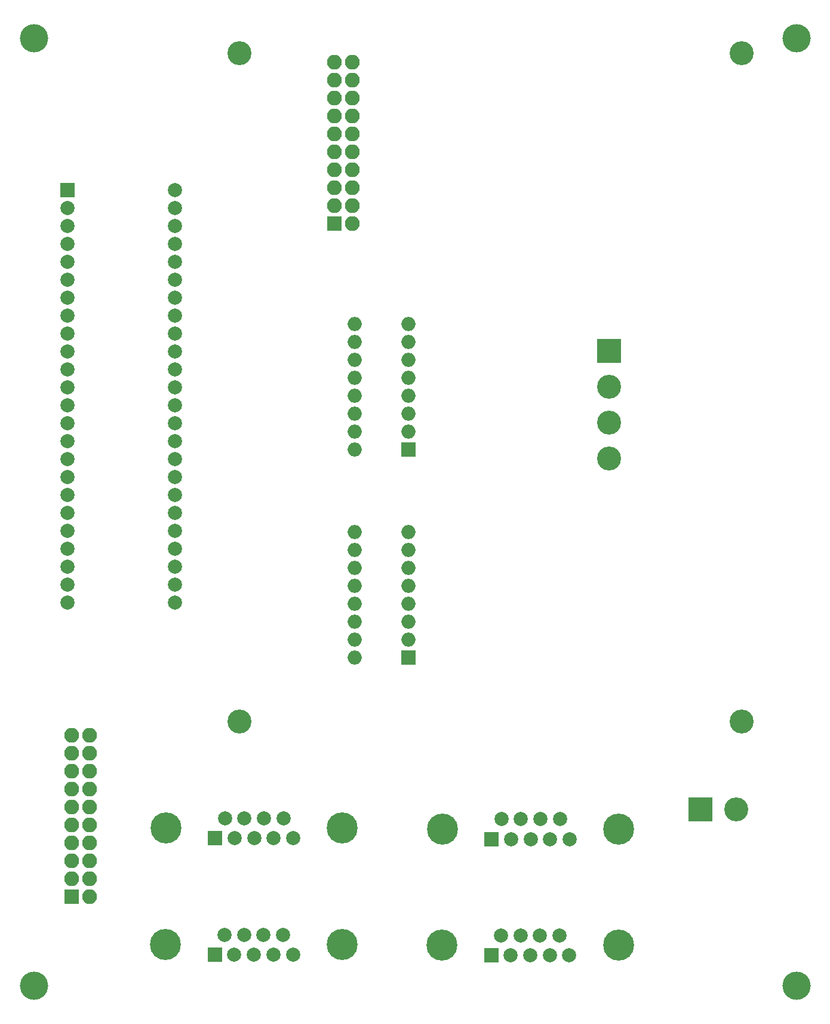
<source format=gbr>
G04 #@! TF.GenerationSoftware,KiCad,Pcbnew,(5.0.0)*
G04 #@! TF.CreationDate,2019-03-26T18:25:38-05:00*
G04 #@! TF.ProjectId,PlayerPiano,506C617965725069616E6F2E6B696361,rev?*
G04 #@! TF.SameCoordinates,Original*
G04 #@! TF.FileFunction,Soldermask,Bot*
G04 #@! TF.FilePolarity,Negative*
%FSLAX46Y46*%
G04 Gerber Fmt 4.6, Leading zero omitted, Abs format (unit mm)*
G04 Created by KiCad (PCBNEW (5.0.0)) date 03/26/19 18:25:38*
%MOMM*%
%LPD*%
G01*
G04 APERTURE LIST*
%ADD10C,4.000000*%
%ADD11C,3.400000*%
%ADD12R,2.100000X2.100000*%
%ADD13O,2.100000X2.100000*%
%ADD14C,2.000000*%
%ADD15R,2.000000X2.000000*%
%ADD16C,4.400000*%
%ADD17O,2.000000X2.000000*%
%ADD18R,3.400000X3.400000*%
G04 APERTURE END LIST*
D10*
G04 #@! TO.C,_*
X276600000Y-209040000D03*
G04 #@! TD*
G04 #@! TO.C,_*
X168500000Y-209040000D03*
G04 #@! TD*
G04 #@! TO.C,_*
X276600000Y-74910000D03*
G04 #@! TD*
G04 #@! TO.C,_*
X168500000Y-74910000D03*
G04 #@! TD*
D11*
G04 #@! TO.C,_*
X197662947Y-77014749D03*
G04 #@! TD*
G04 #@! TO.C,_*
X268862947Y-77014749D03*
G04 #@! TD*
G04 #@! TO.C,_*
X268862947Y-171614749D03*
G04 #@! TD*
D12*
G04 #@! TO.C,J5*
X211097947Y-101139749D03*
D13*
X213637947Y-101139749D03*
X211097947Y-98599749D03*
X213637947Y-98599749D03*
X211097947Y-96059749D03*
X213637947Y-96059749D03*
X211097947Y-93519749D03*
X213637947Y-93519749D03*
X211097947Y-90979749D03*
X213637947Y-90979749D03*
X211097947Y-88439749D03*
X213637947Y-88439749D03*
X211097947Y-85899749D03*
X213637947Y-85899749D03*
X211097947Y-83359749D03*
X213637947Y-83359749D03*
X211097947Y-80819749D03*
X213637947Y-80819749D03*
X211097947Y-78279749D03*
X213637947Y-78279749D03*
G04 #@! TD*
D14*
G04 #@! TO.C,U3*
X188470000Y-96350000D03*
X188470000Y-98890000D03*
X188470000Y-101430000D03*
X188470000Y-103970000D03*
X188470000Y-106510000D03*
X188470000Y-109050000D03*
X188470000Y-111590000D03*
X188470000Y-114130000D03*
X188470000Y-116670000D03*
X188470000Y-119210000D03*
X188470000Y-121750000D03*
X188470000Y-124290000D03*
X188470000Y-126830000D03*
X188470000Y-129370000D03*
X188470000Y-131910000D03*
X188470000Y-134450000D03*
D15*
X173230000Y-96350000D03*
D14*
X173230000Y-98890000D03*
X173230000Y-101430000D03*
X173230000Y-103970000D03*
X173230000Y-106510000D03*
X173230000Y-109050000D03*
X173230000Y-111590000D03*
X173230000Y-114130000D03*
X173230000Y-116670000D03*
X173230000Y-119210000D03*
X173230000Y-121750000D03*
X173230000Y-124290000D03*
X173230000Y-126830000D03*
X188470000Y-136990000D03*
X188470000Y-139530000D03*
X188470000Y-142070000D03*
X188470000Y-144610000D03*
X188470000Y-147150000D03*
X188470000Y-149690000D03*
X188470000Y-152230000D03*
X188470000Y-154770000D03*
X173230000Y-154770000D03*
X173230000Y-152230000D03*
X173230000Y-149690000D03*
X173230000Y-147150000D03*
X173230000Y-129370000D03*
X173230000Y-131910000D03*
X173230000Y-134450000D03*
X173230000Y-144610000D03*
X173230000Y-142070000D03*
X173230000Y-139530000D03*
X173230000Y-136990000D03*
G04 #@! TD*
D15*
G04 #@! TO.C,J6*
X233340000Y-204780000D03*
D14*
X236110000Y-204780000D03*
X238880000Y-204780000D03*
X241650000Y-204780000D03*
X244420000Y-204780000D03*
X234725000Y-201940000D03*
X237495000Y-201940000D03*
X240265000Y-201940000D03*
X243035000Y-201940000D03*
D16*
X251380000Y-203360000D03*
X226380000Y-203360000D03*
G04 #@! TD*
D15*
G04 #@! TO.C,J2*
X194200000Y-188170000D03*
D14*
X196970000Y-188170000D03*
X199740000Y-188170000D03*
X202510000Y-188170000D03*
X205280000Y-188170000D03*
X195585000Y-185330000D03*
X198355000Y-185330000D03*
X201125000Y-185330000D03*
X203895000Y-185330000D03*
D16*
X212240000Y-186750000D03*
X187240000Y-186750000D03*
G04 #@! TD*
G04 #@! TO.C,J3*
X187190000Y-203270000D03*
X212190000Y-203270000D03*
D14*
X203845000Y-201850000D03*
X201075000Y-201850000D03*
X198305000Y-201850000D03*
X195535000Y-201850000D03*
X205230000Y-204690000D03*
X202460000Y-204690000D03*
X199690000Y-204690000D03*
X196920000Y-204690000D03*
D15*
X194150000Y-204690000D03*
G04 #@! TD*
G04 #@! TO.C,J4*
X233390000Y-188310000D03*
D14*
X236160000Y-188310000D03*
X238930000Y-188310000D03*
X241700000Y-188310000D03*
X244470000Y-188310000D03*
X234775000Y-185470000D03*
X237545000Y-185470000D03*
X240315000Y-185470000D03*
X243085000Y-185470000D03*
D16*
X251430000Y-186890000D03*
X226430000Y-186890000D03*
G04 #@! TD*
D15*
G04 #@! TO.C,U1*
X221640000Y-162570000D03*
D17*
X214020000Y-144790000D03*
X221640000Y-160030000D03*
X214020000Y-147330000D03*
X221640000Y-157490000D03*
X214020000Y-149870000D03*
X221640000Y-154950000D03*
X214020000Y-152410000D03*
X221640000Y-152410000D03*
X214020000Y-154950000D03*
X221640000Y-149870000D03*
X214020000Y-157490000D03*
X221640000Y-147330000D03*
X214020000Y-160030000D03*
X221640000Y-144790000D03*
X214020000Y-162570000D03*
G04 #@! TD*
G04 #@! TO.C,U2*
X214020000Y-133170000D03*
X221640000Y-115390000D03*
X214020000Y-130630000D03*
X221640000Y-117930000D03*
X214020000Y-128090000D03*
X221640000Y-120470000D03*
X214020000Y-125550000D03*
X221640000Y-123010000D03*
X214020000Y-123010000D03*
X221640000Y-125550000D03*
X214020000Y-120470000D03*
X221640000Y-128090000D03*
X214020000Y-117930000D03*
X221640000Y-130630000D03*
X214020000Y-115390000D03*
D15*
X221640000Y-133170000D03*
G04 #@! TD*
D11*
G04 #@! TO.C,J1*
X250060000Y-124210000D03*
X250060000Y-129290000D03*
D18*
X250060000Y-119130000D03*
D11*
X250060000Y-134370000D03*
G04 #@! TD*
D18*
G04 #@! TO.C,J7*
X262970000Y-184110000D03*
D11*
X268050000Y-184110000D03*
G04 #@! TD*
G04 #@! TO.C,_*
X197662947Y-171614749D03*
G04 #@! TD*
D12*
G04 #@! TO.C,J8*
X173840000Y-196460000D03*
D13*
X176380000Y-196460000D03*
X173840000Y-193920000D03*
X176380000Y-193920000D03*
X173840000Y-191380000D03*
X176380000Y-191380000D03*
X173840000Y-188840000D03*
X176380000Y-188840000D03*
X173840000Y-186300000D03*
X176380000Y-186300000D03*
X173840000Y-183760000D03*
X176380000Y-183760000D03*
X173840000Y-181220000D03*
X176380000Y-181220000D03*
X173840000Y-178680000D03*
X176380000Y-178680000D03*
X173840000Y-176140000D03*
X176380000Y-176140000D03*
X173840000Y-173600000D03*
X176380000Y-173600000D03*
G04 #@! TD*
M02*

</source>
